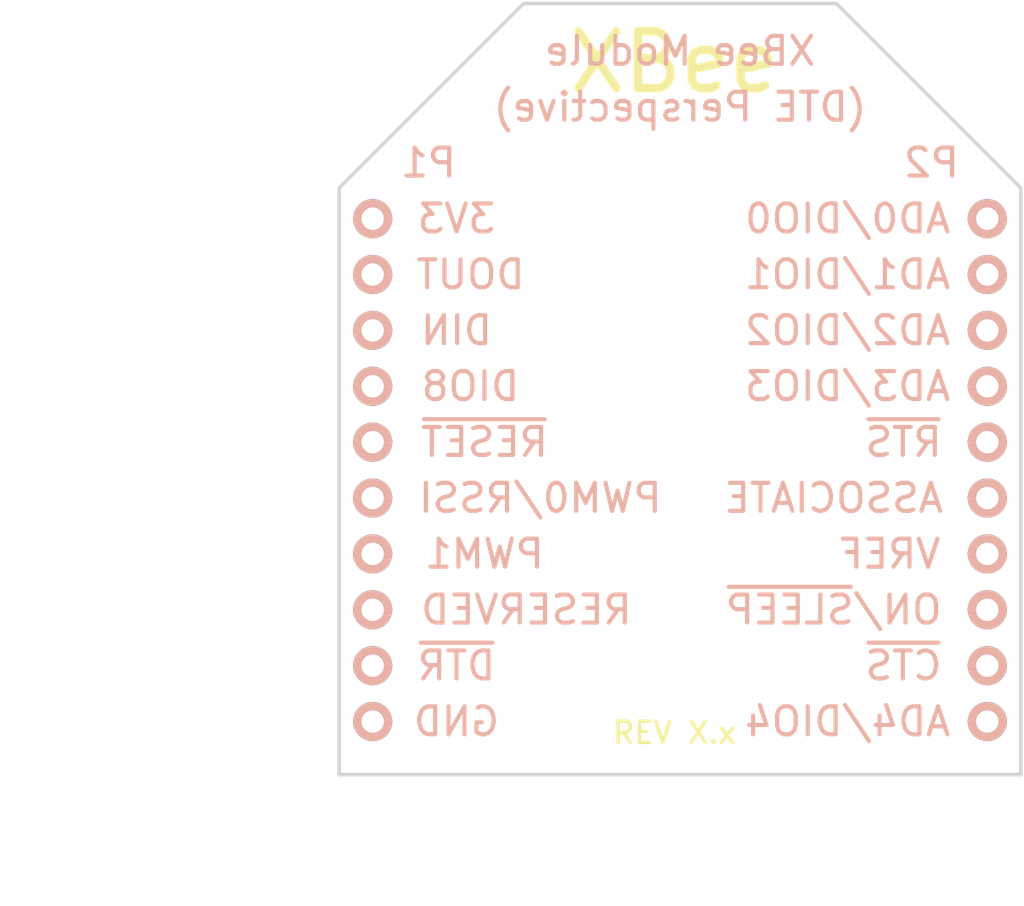
<source format=kicad_pcb>
(kicad_pcb (version 4) (host pcbnew 4.0.4-stable)

  (general
    (links 0)
    (no_connects 0)
    (area 88.221828 77.336499 123.463501 112.3782)
    (thickness 1.6002)
    (drawings 10)
    (tracks 3)
    (zones 0)
    (modules 2)
    (nets 1)
  )

  (page USLetter)
  (title_block
    (title "XBee Template")
    (date 2016-11-25)
    (rev X.x)
    (company "Casco Logix, LLC")
  )

  (layers
    (0 Front signal)
    (31 Back signal)
    (32 B.Adhes user hide)
    (33 F.Adhes user hide)
    (34 B.Paste user hide)
    (35 F.Paste user hide)
    (36 B.SilkS user)
    (37 F.SilkS user)
    (38 B.Mask user)
    (39 F.Mask user)
    (40 Dwgs.User user)
    (41 Cmts.User user)
    (42 Eco1.User user)
    (43 Eco2.User user)
    (44 Edge.Cuts user)
  )

  (setup
    (last_trace_width 0.1524)
    (user_trace_width 0.2032)
    (user_trace_width 0.254)
    (user_trace_width 0.381)
    (user_trace_width 0.508)
    (user_trace_width 0.635)
    (user_trace_width 0.762)
    (user_trace_width 0.889)
    (user_trace_width 1.016)
    (trace_clearance 0.1524)
    (zone_clearance 0.254)
    (zone_45_only no)
    (trace_min 0.127)
    (segment_width 0.254)
    (edge_width 0.127)
    (via_size 0.6858)
    (via_drill 0.3302)
    (via_min_size 0.6858)
    (via_min_drill 0.3302)
    (uvia_size 0.508)
    (uvia_drill 0.127)
    (uvias_allowed no)
    (uvia_min_size 0.508)
    (uvia_min_drill 0.127)
    (pcb_text_width 0.3048)
    (pcb_text_size 1.524 2.032)
    (mod_edge_width 0.1524)
    (mod_text_size 0.762 0.762)
    (mod_text_width 0.127)
    (pad_size 0.76 2.4)
    (pad_drill 0)
    (pad_to_mask_clearance 0.254)
    (aux_axis_origin 99 105)
    (grid_origin 99 105)
    (visible_elements 7FFEFFFF)
    (pcbplotparams
      (layerselection 0x010f0_80000001)
      (usegerberextensions true)
      (excludeedgelayer true)
      (linewidth 0.150000)
      (plotframeref false)
      (viasonmask false)
      (mode 1)
      (useauxorigin true)
      (hpglpennumber 1)
      (hpglpenspeed 20)
      (hpglpendiameter 15)
      (hpglpenoverlay 2)
      (psnegative false)
      (psa4output false)
      (plotreference true)
      (plotvalue false)
      (plotinvisibletext false)
      (padsonsilk false)
      (subtractmaskfromsilk false)
      (outputformat 1)
      (mirror false)
      (drillshape 0)
      (scaleselection 1)
      (outputdirectory Z:/Engineering/Projects/Bluetooth_LE/RedBee/Hardware/Gerbers/))
  )

  (net 0 "")

  (net_class Default "This is the default net class."
    (clearance 0.1524)
    (trace_width 0.1524)
    (via_dia 0.6858)
    (via_drill 0.3302)
    (uvia_dia 0.508)
    (uvia_drill 0.127)
  )

  (net_class Power ""
    (clearance 0.1524)
    (trace_width 0.508)
    (via_dia 0.889)
    (via_drill 0.635)
    (uvia_dia 0.508)
    (uvia_drill 0.127)
  )

  (module Header:HEADER_XBEE_P11_P20_ALT3 locked (layer Back) (tedit 5838A8AE) (tstamp 583C0F82)
    (at 122.2 93.1 180)
    (fp_text reference P2 (at 2 10 180) (layer B.SilkS)
      (effects (font (size 1 1) (thickness 0.1524)) (justify mirror))
    )
    (fp_text value "XBEE MALE MODULE" (at 11 -13 180) (layer B.SilkS) hide
      (effects (font (size 1 1) (thickness 0.1524)) (justify mirror))
    )
    (fp_text user AD0/DIO0 (at 5 8 180) (layer B.SilkS)
      (effects (font (size 1 1) (thickness 0.15)) (justify mirror))
    )
    (fp_text user AD1/DIO1 (at 5 6 180) (layer B.SilkS)
      (effects (font (size 1 1) (thickness 0.15)) (justify mirror))
    )
    (fp_text user AD2/DIO2 (at 5 4 180) (layer B.SilkS)
      (effects (font (size 1 1) (thickness 0.15)) (justify mirror))
    )
    (fp_text user AD3/DIO3 (at 5 2 180) (layer B.SilkS)
      (effects (font (size 1 1) (thickness 0.15)) (justify mirror))
    )
    (fp_text user ~RTS (at 3 0 180) (layer B.SilkS)
      (effects (font (size 1 1) (thickness 0.15)) (justify mirror))
    )
    (fp_text user ASSOCIATE (at 5.5 -2 180) (layer B.SilkS)
      (effects (font (size 1 1) (thickness 0.15)) (justify mirror))
    )
    (fp_text user VREF (at 3.5 -4 180) (layer B.SilkS)
      (effects (font (size 1 1) (thickness 0.15)) (justify mirror))
    )
    (fp_text user ON/~SLEEP (at 5.5 -6 180) (layer B.SilkS)
      (effects (font (size 1 1) (thickness 0.15)) (justify mirror))
    )
    (fp_text user ~CTS (at 3 -8 180) (layer B.SilkS)
      (effects (font (size 1 1) (thickness 0.15)) (justify mirror))
    )
    (fp_text user AD4/DIO4 (at 5 -10 180) (layer B.SilkS)
      (effects (font (size 1 1) (thickness 0.15)) (justify mirror))
    )
    (pad 20 thru_hole circle (at 0 8) (size 1.4 1.4) (drill 0.8) (layers *.Cu *.Mask B.SilkS))
    (pad 19 thru_hole circle (at 0 6) (size 1.4 1.4) (drill 0.8) (layers *.Cu *.Mask B.SilkS))
    (pad 18 thru_hole circle (at 0 4) (size 1.4 1.4) (drill 0.8) (layers *.Cu *.Mask B.SilkS))
    (pad 17 thru_hole circle (at 0 2) (size 1.4 1.4) (drill 0.8) (layers *.Cu *.Mask B.SilkS))
    (pad 16 thru_hole circle (at 0 0) (size 1.4 1.4) (drill 0.8) (layers *.Cu *.Mask B.SilkS))
    (pad 15 thru_hole circle (at 0 -2) (size 1.4 1.4) (drill 0.8) (layers *.Cu *.Mask B.SilkS))
    (pad 14 thru_hole circle (at 0 -4) (size 1.4 1.4) (drill 0.8) (layers *.Cu *.Mask B.SilkS))
    (pad 13 thru_hole circle (at 0 -6) (size 1.4 1.4) (drill 0.8) (layers *.Cu *.Mask B.SilkS))
    (pad 12 thru_hole circle (at 0 -8) (size 1.4 1.4) (drill 0.8) (layers *.Cu *.Mask B.SilkS))
    (pad 11 thru_hole circle (at 0 -10) (size 1.4 1.4) (drill 0.8) (layers *.Cu *.Mask B.SilkS))
    (model C:/Engineering/KiCAD_Libraries/3D/Headers/VRML/HEADER_M_2.00MM_1R10P_ST_AU_PTH.wrl
      (at (xyz 0 -0.03937 0))
      (scale (xyz 1 1 1))
      (rotate (xyz 0 0 90))
    )
  )

  (module Header:HEADER_XBEE_P1_P10_ALT3 locked (layer Back) (tedit 5838A89B) (tstamp 5838B5AB)
    (at 111.2 93.1 180)
    (fp_text reference P1 (at 9 10 180) (layer B.SilkS)
      (effects (font (size 1 1) (thickness 0.1524)) (justify mirror))
    )
    (fp_text value "XBEE MALE MODULE" (at 0 -13 180) (layer B.SilkS) hide
      (effects (font (size 1 1) (thickness 0.1524)) (justify mirror))
    )
    (fp_text user "(DTE Perspective)" (at 0 12 180) (layer B.SilkS)
      (effects (font (size 1 1) (thickness 0.15)) (justify mirror))
    )
    (fp_text user 3V3 (at 8 8 180) (layer B.SilkS)
      (effects (font (size 1 1) (thickness 0.15)) (justify mirror))
    )
    (fp_text user "XBee Module" (at 0 14 180) (layer B.SilkS)
      (effects (font (size 1 1) (thickness 0.15)) (justify mirror))
    )
    (fp_text user DOUT (at 7.5 6 180) (layer B.SilkS)
      (effects (font (size 1 1) (thickness 0.15)) (justify mirror))
    )
    (fp_text user DIN (at 8 4 180) (layer B.SilkS)
      (effects (font (size 1 1) (thickness 0.15)) (justify mirror))
    )
    (fp_text user DIO8 (at 7.5 2 180) (layer B.SilkS)
      (effects (font (size 1 1) (thickness 0.15)) (justify mirror))
    )
    (fp_text user ~RESET (at 7 0 180) (layer B.SilkS)
      (effects (font (size 1 1) (thickness 0.15)) (justify mirror))
    )
    (fp_text user PWM0/RSSI (at 5 -2 180) (layer B.SilkS)
      (effects (font (size 1 1) (thickness 0.15)) (justify mirror))
    )
    (fp_text user PWM1 (at 7 -4 180) (layer B.SilkS)
      (effects (font (size 1 1) (thickness 0.15)) (justify mirror))
    )
    (fp_text user RESERVED (at 5.5 -6 180) (layer B.SilkS)
      (effects (font (size 1 1) (thickness 0.15)) (justify mirror))
    )
    (fp_text user ~DTR (at 8 -8 180) (layer B.SilkS)
      (effects (font (size 1 1) (thickness 0.15)) (justify mirror))
    )
    (fp_text user GND (at 8 -10 180) (layer B.SilkS)
      (effects (font (size 1 1) (thickness 0.15)) (justify mirror))
    )
    (pad 10 thru_hole circle (at 11 -10) (size 1.4 1.4) (drill 0.8) (layers *.Cu *.Mask B.SilkS))
    (pad 9 thru_hole circle (at 11 -8) (size 1.4 1.4) (drill 0.8) (layers *.Cu *.Mask B.SilkS))
    (pad 8 thru_hole circle (at 11 -6) (size 1.4 1.4) (drill 0.8) (layers *.Cu *.Mask B.SilkS))
    (pad 7 thru_hole circle (at 11 -4) (size 1.4 1.4) (drill 0.8) (layers *.Cu *.Mask B.SilkS))
    (pad 6 thru_hole circle (at 11 -2) (size 1.4 1.4) (drill 0.8) (layers *.Cu *.Mask B.SilkS))
    (pad 5 thru_hole circle (at 11 0) (size 1.4 1.4) (drill 0.8) (layers *.Cu *.Mask B.SilkS))
    (pad 4 thru_hole circle (at 11 2) (size 1.4 1.4) (drill 0.8) (layers *.Cu *.Mask B.SilkS))
    (pad 3 thru_hole circle (at 11 4) (size 1.4 1.4) (drill 0.8) (layers *.Cu *.Mask B.SilkS))
    (pad 2 thru_hole circle (at 11 6) (size 1.4 1.4) (drill 0.8) (layers *.Cu *.Mask B.SilkS))
    (pad 1 thru_hole circle (at 11 8) (size 1.4 1.4) (drill 0.8) (layers *.Cu *.Mask B.SilkS))
    (model C:/Engineering/KiCAD_Libraries/3D/Headers/VRML/HEADER_M_2.00MM_1R10P_ST_AU_PTH.wrl
      (at (xyz 0.433 -0.03937 0))
      (scale (xyz 1 1 1))
      (rotate (xyz 0 0 90))
    )
  )

  (dimension 27.6 (width 0.254) (layer Dwgs.User)
    (gr_text "27.6 mm" (at 93.3744 91.2 90) (layer Dwgs.User)
      (effects (font (size 2.032 1.524) (thickness 0.254)))
    )
    (feature1 (pts (xy 99 77.4) (xy 91.7488 77.4)))
    (feature2 (pts (xy 99 105) (xy 91.7488 105)))
    (crossbar (pts (xy 95 105) (xy 95 77.4)))
    (arrow1a (pts (xy 95 77.4) (xy 95.586421 78.526504)))
    (arrow1b (pts (xy 95 77.4) (xy 94.413579 78.526504)))
    (arrow2a (pts (xy 95 105) (xy 95.586421 103.873496)))
    (arrow2b (pts (xy 95 105) (xy 94.413579 103.873496)))
  )
  (gr_line (start 116.8 77.4) (end 105.6 77.4) (angle 90) (layer Edge.Cuts) (width 0.127))
  (gr_line (start 123.4 84) (end 116.8 77.4) (angle 90) (layer Edge.Cuts) (width 0.127))
  (gr_line (start 99 84) (end 105.6 77.4) (angle 90) (layer Edge.Cuts) (width 0.127))
  (dimension 24.4 (width 0.254) (layer Dwgs.User)
    (gr_text "24.4 mm" (at 111.2 110.625599) (layer Dwgs.User)
      (effects (font (size 2.032 1.524) (thickness 0.254)))
    )
    (feature1 (pts (xy 123.4 105) (xy 123.4 112.251199)))
    (feature2 (pts (xy 99 105) (xy 99 112.251199)))
    (crossbar (pts (xy 99 108.999999) (xy 123.4 108.999999)))
    (arrow1a (pts (xy 123.4 108.999999) (xy 122.273496 109.58642)))
    (arrow1b (pts (xy 123.4 108.999999) (xy 122.273496 108.413578)))
    (arrow2a (pts (xy 99 108.999999) (xy 100.126504 109.58642)))
    (arrow2b (pts (xy 99 108.999999) (xy 100.126504 108.413578)))
  )
  (gr_text "REV X.x" (at 111 103.5) (layer F.SilkS)
    (effects (font (size 0.762 0.762) (thickness 0.127)))
  )
  (gr_text XBee (at 111 79.5) (layer F.SilkS)
    (effects (font (size 2.032 2.032) (thickness 0.3048)))
  )
  (gr_line (start 99 105) (end 99 84) (angle 90) (layer Edge.Cuts) (width 0.127))
  (gr_line (start 123.4 105) (end 123.4 84) (angle 90) (layer Edge.Cuts) (width 0.127))
  (gr_line (start 99 105) (end 123.4 105) (angle 90) (layer Edge.Cuts) (width 0.127))

  (segment (start 100.2 93.2) (end 100.203 93.218) (width 0.1524) (layer Back) (net 0) (status 80000))
  (segment (start 100.2 87.2) (end 100.45 87.2) (width 0.254) (layer Front) (net 0))
  (segment (start 100.2 85.2) (end 100.25 85.25) (width 0.254) (layer Front) (net 0))

)

</source>
